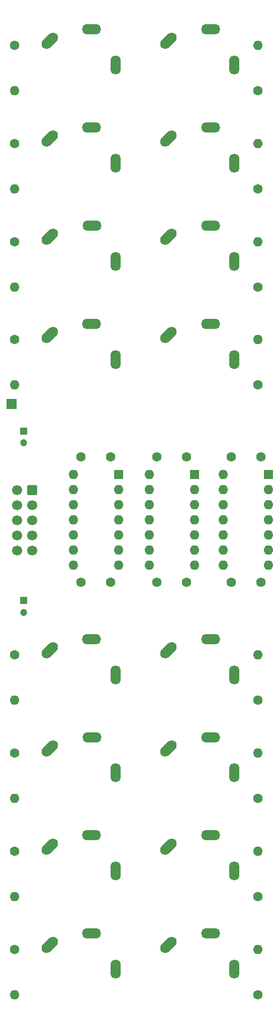
<source format=gbs>
G04 #@! TF.GenerationSoftware,KiCad,Pcbnew,8.0.3*
G04 #@! TF.CreationDate,2024-06-29T17:49:17+02:00*
G04 #@! TF.ProjectId,DMH_Buffered_Mult_PCB,444d485f-4275-4666-9665-7265645f4d75,1*
G04 #@! TF.SameCoordinates,Original*
G04 #@! TF.FileFunction,Soldermask,Bot*
G04 #@! TF.FilePolarity,Negative*
%FSLAX46Y46*%
G04 Gerber Fmt 4.6, Leading zero omitted, Abs format (unit mm)*
G04 Created by KiCad (PCBNEW 8.0.3) date 2024-06-29 17:49:17*
%MOMM*%
%LPD*%
G01*
G04 APERTURE LIST*
G04 Aperture macros list*
%AMRoundRect*
0 Rectangle with rounded corners*
0 $1 Rounding radius*
0 $2 $3 $4 $5 $6 $7 $8 $9 X,Y pos of 4 corners*
0 Add a 4 corners polygon primitive as box body*
4,1,4,$2,$3,$4,$5,$6,$7,$8,$9,$2,$3,0*
0 Add four circle primitives for the rounded corners*
1,1,$1+$1,$2,$3*
1,1,$1+$1,$4,$5*
1,1,$1+$1,$6,$7*
1,1,$1+$1,$8,$9*
0 Add four rect primitives between the rounded corners*
20,1,$1+$1,$2,$3,$4,$5,0*
20,1,$1+$1,$4,$5,$6,$7,0*
20,1,$1+$1,$6,$7,$8,$9,0*
20,1,$1+$1,$8,$9,$2,$3,0*%
%AMHorizOval*
0 Thick line with rounded ends*
0 $1 width*
0 $2 $3 position (X,Y) of the first rounded end (center of the circle)*
0 $4 $5 position (X,Y) of the second rounded end (center of the circle)*
0 Add line between two ends*
20,1,$1,$2,$3,$4,$5,0*
0 Add two circle primitives to create the rounded ends*
1,1,$1,$2,$3*
1,1,$1,$4,$5*%
G04 Aperture macros list end*
%ADD10HorizOval,1.712000X-0.533159X-0.533159X0.533159X0.533159X0*%
%ADD11O,1.712000X3.220000*%
%ADD12O,3.220000X1.712000*%
%ADD13R,1.700000X1.700000*%
%ADD14C,1.600000*%
%ADD15O,1.600000X1.600000*%
%ADD16RoundRect,0.250000X0.600000X0.600000X-0.600000X0.600000X-0.600000X-0.600000X0.600000X-0.600000X0*%
%ADD17C,1.700000*%
%ADD18R,1.600000X1.600000*%
%ADD19R,1.200000X1.200000*%
%ADD20C,1.200000*%
G04 APERTURE END LIST*
D10*
X35403810Y-179903810D03*
D11*
X46500000Y-184000000D03*
D12*
X42500000Y-178000000D03*
D10*
X55403810Y-163403810D03*
D11*
X66500000Y-167500000D03*
D12*
X62500000Y-161500000D03*
D10*
X55403810Y-77403810D03*
D11*
X66500000Y-81500000D03*
D12*
X62500000Y-75500000D03*
D10*
X55403810Y-93903810D03*
D11*
X66500000Y-98000000D03*
D12*
X62500000Y-92000000D03*
D10*
X55403810Y-179903810D03*
D11*
X66500000Y-184000000D03*
D12*
X62500000Y-178000000D03*
D10*
X55403810Y-44403810D03*
D11*
X66500000Y-48500000D03*
D12*
X62500000Y-42500000D03*
D10*
X55403810Y-60903810D03*
D11*
X66500000Y-65000000D03*
D12*
X62500000Y-59000000D03*
D10*
X35403810Y-60903810D03*
D11*
X46500000Y-65000000D03*
D12*
X42500000Y-59000000D03*
D10*
X35403810Y-93903810D03*
D11*
X46500000Y-98000000D03*
D12*
X42500000Y-92000000D03*
D10*
X35416310Y-77403810D03*
D11*
X46512500Y-81500000D03*
D12*
X42512500Y-75500000D03*
D10*
X55403810Y-146903810D03*
D11*
X66500000Y-151000000D03*
D12*
X62500000Y-145000000D03*
D13*
X29022826Y-105522826D03*
D10*
X55403810Y-196403810D03*
D11*
X66500000Y-200500000D03*
D12*
X62500000Y-194500000D03*
D10*
X35416310Y-163403810D03*
D11*
X46512500Y-167500000D03*
D12*
X42512500Y-161500000D03*
D10*
X35403810Y-146903810D03*
D11*
X46500000Y-151000000D03*
D12*
X42500000Y-145000000D03*
D10*
X35403810Y-196403810D03*
D11*
X46500000Y-200500000D03*
D12*
X42500000Y-194500000D03*
D10*
X35403810Y-44403810D03*
D11*
X46500000Y-48500000D03*
D12*
X42500000Y-42500000D03*
D14*
X29500000Y-164190000D03*
D15*
X29500000Y-171810000D03*
D14*
X29500000Y-61690000D03*
D15*
X29500000Y-69310000D03*
D14*
X58500000Y-135450000D03*
X53500000Y-135450000D03*
D16*
X32500000Y-120000000D03*
D17*
X29960000Y-120000000D03*
X32500000Y-122540000D03*
X29960000Y-122540000D03*
X32500000Y-125080000D03*
X29960000Y-125080000D03*
X32500000Y-127620000D03*
X29960000Y-127620000D03*
X32500000Y-130160000D03*
X29960000Y-130160000D03*
D14*
X70500000Y-155310000D03*
D15*
X70500000Y-147690000D03*
D14*
X70500000Y-85810000D03*
D15*
X70500000Y-78190000D03*
D14*
X70500000Y-171810000D03*
D15*
X70500000Y-164190000D03*
D18*
X59800000Y-117300000D03*
D15*
X59800000Y-119840000D03*
X59800000Y-122380000D03*
X59800000Y-124920000D03*
X59800000Y-127460000D03*
X59800000Y-130000000D03*
X59800000Y-132540000D03*
X52180000Y-132540000D03*
X52180000Y-130000000D03*
X52180000Y-127460000D03*
X52180000Y-124920000D03*
X52180000Y-122380000D03*
X52180000Y-119840000D03*
X52180000Y-117300000D03*
D14*
X29500000Y-94690000D03*
D15*
X29500000Y-102310000D03*
D14*
X29500000Y-197190000D03*
D15*
X29500000Y-204810000D03*
D14*
X29500000Y-45190000D03*
D15*
X29500000Y-52810000D03*
D14*
X45700000Y-114400000D03*
X40700000Y-114400000D03*
X70500000Y-52810000D03*
D15*
X70500000Y-45190000D03*
D14*
X29500000Y-147690000D03*
D15*
X29500000Y-155310000D03*
D14*
X70500000Y-69310000D03*
D15*
X70500000Y-61690000D03*
D14*
X71000000Y-114400000D03*
X66000000Y-114400000D03*
X58500000Y-114400000D03*
X53500000Y-114400000D03*
D18*
X72270000Y-117300000D03*
D15*
X72270000Y-119840000D03*
X72270000Y-122380000D03*
X72270000Y-124920000D03*
X72270000Y-127460000D03*
X72270000Y-130000000D03*
X72270000Y-132540000D03*
X64650000Y-132540000D03*
X64650000Y-130000000D03*
X64650000Y-127460000D03*
X64650000Y-124920000D03*
X64650000Y-122380000D03*
X64650000Y-119840000D03*
X64650000Y-117300000D03*
D14*
X29500000Y-78190000D03*
D15*
X29500000Y-85810000D03*
D14*
X29500000Y-180690000D03*
D15*
X29500000Y-188310000D03*
D14*
X70500000Y-204810000D03*
D15*
X70500000Y-197190000D03*
D19*
X31000000Y-110027401D03*
D20*
X31000000Y-112027401D03*
D14*
X70500000Y-102310000D03*
D15*
X70500000Y-94690000D03*
D19*
X31000000Y-138500000D03*
D20*
X31000000Y-140500000D03*
D14*
X70500000Y-188310000D03*
D15*
X70500000Y-180690000D03*
D14*
X45700000Y-135450000D03*
X40700000Y-135450000D03*
X71000000Y-135450000D03*
X66000000Y-135450000D03*
D18*
X47000000Y-117300000D03*
D15*
X47000000Y-119840000D03*
X47000000Y-122380000D03*
X47000000Y-124920000D03*
X47000000Y-127460000D03*
X47000000Y-130000000D03*
X47000000Y-132540000D03*
X39380000Y-132540000D03*
X39380000Y-130000000D03*
X39380000Y-127460000D03*
X39380000Y-124920000D03*
X39380000Y-122380000D03*
X39380000Y-119840000D03*
X39380000Y-117300000D03*
M02*

</source>
